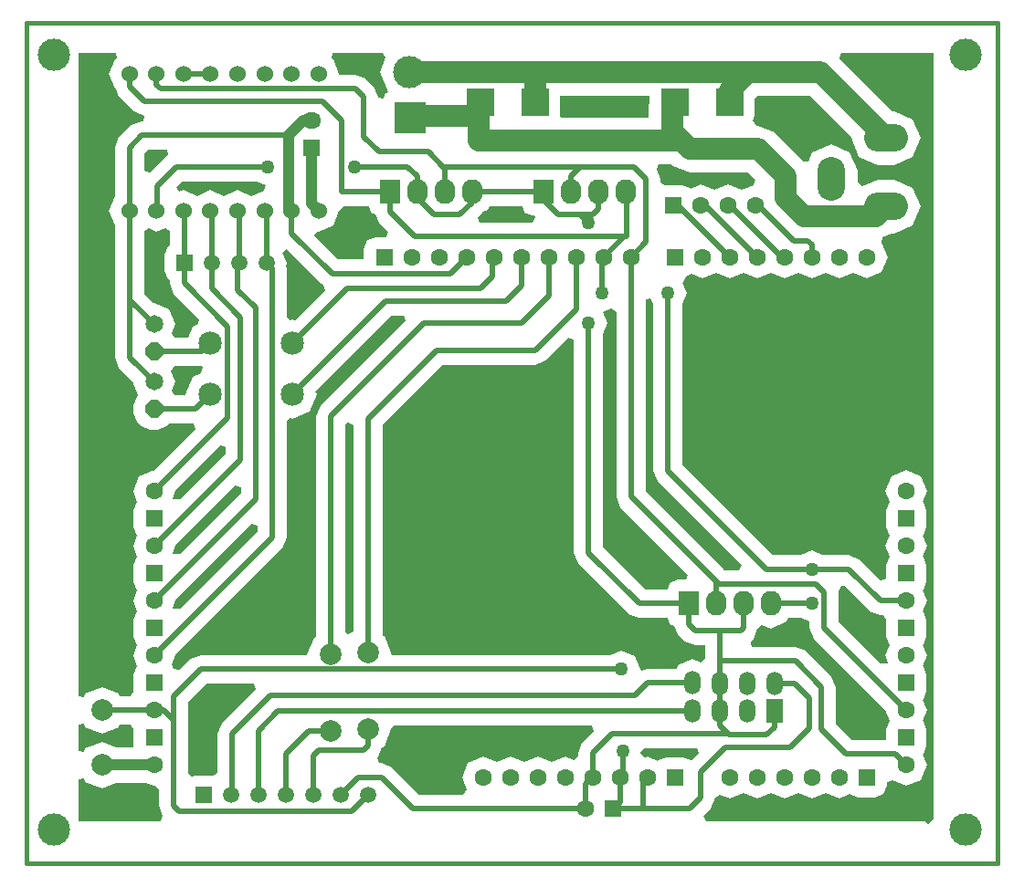
<source format=gbl>
G04 Layer_Physical_Order=2*
G04 Layer_Color=16711680*
%FSTAX44Y44*%
%MOMM*%
G71*
G01*
G75*
%ADD10C,0.4000*%
%ADD11C,0.5000*%
%ADD12C,1.0000*%
%ADD13C,2.0000*%
%ADD14C,3.0000*%
%ADD15C,2.0000*%
%ADD16R,1.6000X1.6000*%
%ADD17C,1.6000*%
%ADD18R,3.0000X3.0000*%
%ADD19C,1.5200*%
%ADD20R,1.5200X1.5200*%
%ADD21O,4.0640X2.5400*%
%ADD22O,2.5400X4.0640*%
%ADD23O,1.9050X2.2860*%
%ADD24R,1.9050X2.2860*%
%ADD25C,1.5240*%
%ADD26R,2.5000X2.5000*%
%ADD27R,1.6000X1.6000*%
%ADD28P,1.7870X8X112.5*%
%ADD29C,1.6510*%
%ADD30C,2.1590*%
%ADD31O,1.5240X2.1844*%
%ADD32R,1.5240X2.1844*%
%ADD33O,1.8000X1.5000*%
%ADD34R,1.5800X1.5000*%
%ADD35C,1.2700*%
G36*
X0048304Y00518333D02*
Y00512334D01*
X00411381Y00440675D01*
X00404855Y0044122D01*
X00404249Y00442071D01*
X00406833Y0044831D01*
X00406731Y00448557D01*
X00478421Y00520247D01*
X0048304Y00518333D01*
D02*
G37*
G36*
X0099485Y00428943D02*
Y0042291D01*
X00998813Y00413343D01*
X01065199Y00346957D01*
X01065097Y0034671D01*
X01069104Y00337037D01*
X01068926Y00336964D01*
X01065756Y0032931D01*
Y003196D01*
X01034304D01*
X0101937Y00334534D01*
Y003683D01*
X0101937Y003683D01*
X01015407Y00377867D01*
X00991277Y00401997D01*
X0098171Y0040596D01*
X00941851D01*
X00940671Y00410118D01*
X00940634Y0041096D01*
X00943017Y00413343D01*
X00943017Y00413343D01*
X00946742Y00422335D01*
X00947917Y00423774D01*
X00951137Y00425926D01*
X0095885Y00422731D01*
X00973794Y00428921D01*
X00975169Y0043224D01*
X00986889D01*
X0099485Y00428943D01*
D02*
G37*
G36*
X0057194Y0061129D02*
Y00419787D01*
X0056694Y0041717D01*
X0056471Y00418717D01*
Y00612083D01*
X0056694Y00613774D01*
X0057194Y0061129D01*
D02*
G37*
G36*
X004678Y00553893D02*
Y00547894D01*
X00411381Y00491475D01*
X00404855Y0049202D01*
X00404249Y00492871D01*
X00406833Y0049911D01*
X00406731Y00499357D01*
X00463181Y00555807D01*
X004678Y00553893D01*
D02*
G37*
G36*
X0085007Y00723999D02*
Y0056896D01*
X00854033Y00559393D01*
X00931727Y00481699D01*
X00929813Y0047708D01*
X00916194D01*
X0084284Y00550434D01*
Y00728389D01*
X0084784Y00729384D01*
X0085007Y00723999D01*
D02*
G37*
G36*
X0081578Y00716394D02*
Y0054483D01*
X00819743Y00535263D01*
X00882363Y00472643D01*
X00880449Y00468024D01*
X00873125D01*
X00865471Y00464854D01*
X00863171Y004593D01*
X00842534D01*
X0080347Y00498364D01*
Y00696059D01*
X00807637Y0070612D01*
X00803284Y0071663D01*
X0081078Y00719735D01*
X0081578Y00716394D01*
D02*
G37*
G36*
X0077641Y00690515D02*
Y0049276D01*
X00780373Y00483193D01*
X00827363Y00436203D01*
X0083693Y0043224D01*
X00863171D01*
X00865471Y00426686D01*
X00869893Y00424855D01*
X00873083Y00417153D01*
X00879433Y00410803D01*
X00879433Y00410803D01*
X00889Y0040684D01*
X00898584D01*
Y00394874D01*
X00894033Y00391347D01*
X0088646Y00394484D01*
X00872974Y00388898D01*
X00871625Y0038564D01*
X0084455D01*
X00839415Y00383513D01*
X00838117Y0038481D01*
X00832934Y00397324D01*
X0082042Y00402507D01*
X00810359Y0039834D01*
X0060826D01*
X00607118Y0040005D01*
X00600777Y00415357D01*
X00599Y00416094D01*
Y00611616D01*
X00654574Y0066719D01*
X0074041D01*
X00749977Y00671153D01*
X0077141Y00692586D01*
X0077641Y00690515D01*
D02*
G37*
G36*
X00892356Y00306971D02*
X00885544Y00300158D01*
X0087795Y00303304D01*
X0086195D01*
X00854296Y00300134D01*
X00854223Y00299956D01*
X0084455Y00303963D01*
X0084203Y00302919D01*
X00838494Y00306455D01*
X00839387Y0030861D01*
X00841378Y0031159D01*
X00890443D01*
X00892356Y00306971D01*
D02*
G37*
G36*
X00481766Y0036628D02*
X00450173Y00334687D01*
X0044621Y0032512D01*
Y00288599D01*
X00442053Y00285821D01*
X0044067Y00286394D01*
X0042547D01*
X00422817Y00285295D01*
X0041866Y00288073D01*
Y0033782D01*
X0041866Y0033782D01*
X0041866Y0033782D01*
Y00353806D01*
X00436134Y0037128D01*
X00479695D01*
X00481766Y0036628D01*
D02*
G37*
G36*
X00323783Y00280603D02*
X0033909Y00274262D01*
X00352156Y00279674D01*
X00379511D01*
X0038735Y00276427D01*
X00387443Y00276465D01*
X003916Y00273687D01*
Y0025781D01*
X00395316Y0024884D01*
X00393433Y0024384D01*
X003175D01*
Y00282956D01*
X00322404Y00283931D01*
X00323783Y00280603D01*
D02*
G37*
G36*
X01050883Y00438743D02*
X01050883Y00438743D01*
X0106045Y0043478D01*
X0106045Y0043478D01*
X0106317D01*
X01065756Y0043091D01*
Y0041491D01*
X01068926Y00407256D01*
X01069104Y00407183D01*
X01065097Y0039751D01*
X01067681Y00391272D01*
X01067075Y0039042D01*
X01060549Y00389875D01*
X0102191Y00428514D01*
Y0045593D01*
X01021507Y00456903D01*
X01024675Y00461984D01*
X01027425Y00462201D01*
X01050883Y00438743D01*
D02*
G37*
G36*
X00323783Y00331403D02*
X0033909Y00325062D01*
X00354397Y00331403D01*
X00355134Y0033318D01*
X0036594D01*
X00368526Y0032931D01*
Y0031331D01*
X00367748Y00312146D01*
X00352156D01*
X0033909Y00317558D01*
X00323783Y00311217D01*
X00322404Y00307889D01*
X003175Y00308864D01*
Y00333756D01*
X00322404Y00334731D01*
X00323783Y00331403D01*
D02*
G37*
G36*
X00795074Y00327799D02*
X00784183Y00316907D01*
X0078022Y0030734D01*
Y00303546D01*
X00776063Y00300768D01*
X0076835Y00303963D01*
X0075565Y00298703D01*
X0074295Y00303963D01*
X0073025Y00298703D01*
X0071755Y00303963D01*
X0070485Y00298703D01*
X0069215Y00303963D01*
X00678373Y00298257D01*
X00672667Y0028448D01*
X00677091Y002738D01*
X0067375Y002688D01*
X00632984D01*
X00607737Y00294047D01*
X0059817Y0029801D01*
X00595995D01*
X00593924Y0030301D01*
X00595037Y00304123D01*
X00598598Y0031272D01*
X00600777Y00313623D01*
X00607118Y0032893D01*
X00609449Y00332418D01*
X00793161D01*
X00795074Y00327799D01*
D02*
G37*
G36*
X0045383Y00590723D02*
Y00584724D01*
X00411381Y00542275D01*
X00404855Y0054282D01*
X00404249Y00543671D01*
X00406833Y0054991D01*
X00406731Y00550157D01*
X00449211Y00592637D01*
X0045383Y00590723D01*
D02*
G37*
G36*
X0040079Y0086158D02*
X00398103Y00860467D01*
X00398103Y00860467D01*
X00383201Y00845565D01*
X00378201Y00847637D01*
Y00863257D01*
X00381524Y0086658D01*
X00399795D01*
X0040079Y0086158D01*
D02*
G37*
G36*
X00868613Y00852103D02*
X0088392Y00845762D01*
X0088392Y00845762D01*
X00938453D01*
X00944773Y00839442D01*
X00943071Y00834074D01*
X0093218Y00829563D01*
X0091948Y00834823D01*
X0090678Y00829563D01*
X0089408Y00834823D01*
X00884407Y00830816D01*
X00884334Y00830994D01*
X0087668Y00834164D01*
X0086068D01*
X0085681Y0083675D01*
Y0083947D01*
X00853118Y00848382D01*
X00855035Y00853382D01*
X00867333D01*
X00868613Y00852103D01*
D02*
G37*
G36*
X00490953Y00833951D02*
X00489449Y00829163D01*
X00477339Y00824146D01*
X0046482Y00829332D01*
X00452301Y00824146D01*
X00439783Y00829332D01*
X00427264Y00824146D01*
X00414746Y00829332D01*
X00410583Y00827607D01*
X0040775Y00831846D01*
X00413274Y0083737D01*
X004827D01*
X00490953Y00833951D01*
D02*
G37*
G36*
X00602153Y00952153D02*
X0059651Y0093853D01*
X0060415Y00920087D01*
X00602186Y00919274D01*
X0060019Y00914454D01*
X0059519Y00915448D01*
Y0091567D01*
X00591227Y00925237D01*
X00583607Y00932857D01*
X0057404Y0093682D01*
X00559297D01*
X00559003Y0093726D01*
X00553417Y00950746D01*
X00551823Y00951406D01*
X00552799Y0095631D01*
X00599375D01*
X00602153Y00952153D01*
D02*
G37*
G36*
X00846626Y00910136D02*
X00845762Y0090805D01*
X00845762Y0090805D01*
Y00896678D01*
X00764678D01*
X00763734Y0089809D01*
Y00916882D01*
X00846626D01*
Y00910136D01*
D02*
G37*
G36*
X0110998Y0024638D02*
X011049Y002413D01*
X0110236Y0024384D01*
X00898695D01*
X00896624Y0024884D01*
X00903647Y00255863D01*
X00903647Y00255863D01*
X0090761Y0026543D01*
Y0026594D01*
X00911767Y00268718D01*
X0092075Y00264997D01*
X0093345Y00270257D01*
X0094615Y00264997D01*
X0095885Y00270257D01*
X0097155Y00264997D01*
X0098425Y00270257D01*
X0099695Y00264997D01*
X0100965Y00270257D01*
X0102235Y00264997D01*
X01032023Y00269004D01*
X01032096Y00268826D01*
X0103975Y00265656D01*
X0105575D01*
X01063404Y00268826D01*
X01066574Y0027648D01*
Y0027983D01*
X01071574Y00281814D01*
X0108458Y00276427D01*
X01098357Y00282133D01*
X01104063Y0029591D01*
X01100056Y00305583D01*
X01100234Y00305656D01*
X01103404Y0031331D01*
Y0032931D01*
X01100234Y00336964D01*
X01100056Y00337037D01*
X01104063Y0034671D01*
X01100056Y00356383D01*
X01100234Y00356456D01*
X01103404Y0036411D01*
Y0038011D01*
X01100234Y00387764D01*
X01100056Y00387837D01*
X01104063Y0039751D01*
X01100056Y00407183D01*
X01100234Y00407256D01*
X01103404Y0041491D01*
Y0043091D01*
X01100234Y00438564D01*
X01100056Y00438637D01*
X01104063Y0044831D01*
X01100056Y00457983D01*
X01100234Y00458056D01*
X01103404Y0046571D01*
Y0048171D01*
X01100234Y00489364D01*
X01100056Y00489437D01*
X01104063Y0049911D01*
X01100056Y00508783D01*
X01100234Y00508856D01*
X01103404Y0051651D01*
Y0053251D01*
X01100234Y00540164D01*
X01100056Y00540237D01*
X01104063Y0054991D01*
X01098357Y00563687D01*
X0108458Y00569393D01*
X01070803Y00563687D01*
X01065097Y0054991D01*
X01069104Y00540237D01*
X01068926Y00540164D01*
X01065756Y0053251D01*
Y0051651D01*
X01068926Y00508856D01*
X01069104Y00508783D01*
X01065097Y0049911D01*
X01069104Y00489437D01*
X01068926Y00489364D01*
X01065756Y0048171D01*
Y00469209D01*
X01060756Y00467138D01*
X01040807Y00487087D01*
X0103124Y0049105D01*
X0100701D01*
X0099695Y00495217D01*
X00986889Y0049105D01*
X00960644D01*
X0087713Y00574564D01*
Y00723999D01*
X00881297Y0073406D01*
X00877488Y00743256D01*
X00877567Y0074411D01*
X00880081Y00749139D01*
X00885604Y00751426D01*
X00885677Y00751604D01*
X0089535Y00747597D01*
X0090805Y00752857D01*
X0092075Y00747597D01*
X0093345Y00752857D01*
X0094615Y00747597D01*
X0095885Y00752857D01*
X0097155Y00747597D01*
X0098425Y00752857D01*
X0099695Y00747597D01*
X0100965Y00752857D01*
X0102235Y00747597D01*
X0103505Y00752857D01*
X0104775Y00747597D01*
X01061527Y00753303D01*
X01067233Y0076708D01*
X01061527Y00780857D01*
X01062386Y00785912D01*
X01071047Y007895D01*
X0107315D01*
X01090524Y00796696D01*
X0109772Y0081407D01*
X01090524Y00831444D01*
X0107315Y0083864D01*
X0105791D01*
X010443Y00833003D01*
X010393Y00836344D01*
Y0084709D01*
X01032104Y00864464D01*
X0101473Y0087166D01*
X00997356Y00864464D01*
X00993968Y00856283D01*
X00988556D01*
X00988127Y00857317D01*
X00988127Y00857317D01*
X00962727Y00882717D01*
X0094742Y00889058D01*
X0094742Y00889058D01*
X00945745D01*
X00942404Y00894058D01*
X00944074Y0089809D01*
Y00914729D01*
X00946227Y00916882D01*
X00995603D01*
X01033801Y00878684D01*
X0103334Y0087757D01*
X01040536Y00860196D01*
X0105791Y00853D01*
X0107315D01*
X01090524Y00860196D01*
X0109772Y0087757D01*
X01090524Y00894944D01*
X0107315Y0090214D01*
X01071574D01*
X01022405Y0095131D01*
X01024476Y0095631D01*
X0110998D01*
Y0024638D01*
D02*
G37*
G36*
X00730851Y00808956D02*
X00738505Y00805786D01*
X00740249D01*
X00741009Y0080466D01*
X0073835Y0079966D01*
X00689437D01*
X00687523Y00804279D01*
X00691557Y00808313D01*
X00691883Y00809099D01*
X00696934Y00811191D01*
X00698308Y0081451D01*
X00728551D01*
X00730851Y00808956D01*
D02*
G37*
G36*
X0043249Y0066513D02*
X00431085Y00659136D01*
X00423504Y00655996D01*
X00416912Y0064008D01*
X00416618Y0063964D01*
X00406692D01*
X00403914Y00643797D01*
X00407109Y0065151D01*
X00403211Y0066092D01*
X00406552Y0066592D01*
X004318D01*
X0043249Y0066513D01*
D02*
G37*
G36*
X00620577Y00708291D02*
X00541613Y00629327D01*
X0053765Y0061976D01*
Y00414824D01*
X00535873Y00414087D01*
X00529532Y0039878D01*
X00529238Y0039834D01*
X0043053D01*
X0043053Y0039834D01*
X00420963Y00394377D01*
X00420963Y00394377D01*
X00410597Y00384011D01*
X00405693Y0038487D01*
X00403427Y00389286D01*
X00406833Y0039751D01*
X00406731Y00397757D01*
X00506137Y00497163D01*
X00506137Y00497163D01*
X005101Y0050673D01*
Y00615358D01*
X00514257Y00618136D01*
X0051562Y00617572D01*
X00531536Y00624164D01*
X00538128Y0064008D01*
X0053714Y00642466D01*
X00607584Y0071291D01*
X00618663D01*
X00620577Y00708291D01*
D02*
G37*
G36*
X0035278Y00951406D02*
X00351186Y00950746D01*
X003456Y0093726D01*
X00351186Y00923774D01*
X0035207Y00923408D01*
X00355104Y00916081D01*
X00368893Y00902293D01*
X00368893Y00902293D01*
X0037846Y0089833D01*
X00377712Y0089364D01*
X0037592D01*
X00366353Y00889677D01*
X00355104Y00878428D01*
X00351142Y00868861D01*
Y00823639D01*
X003456Y0081026D01*
X00351142Y00796881D01*
Y00727529D01*
Y00674189D01*
X00355104Y00664622D01*
X00367774Y00651952D01*
X00367591Y0065151D01*
X00372707Y00639157D01*
X00371441Y00637891D01*
X00368271Y00630238D01*
X00368271Y00630237D01*
Y00621982D01*
X00371441Y00614329D01*
X00375569Y00610201D01*
X00383223Y00607031D01*
X00383223Y00607031D01*
X00391478D01*
X00399131Y00610201D01*
X0040151Y0061258D01*
X00423815D01*
X00426194Y00607888D01*
X00387597Y00569291D01*
X0038735Y00569393D01*
X00373573Y00563687D01*
X00367867Y0054991D01*
X00371874Y00540237D01*
X00371696Y00540164D01*
X00368526Y0053251D01*
Y0051651D01*
X00371696Y00508856D01*
X00371874Y00508783D01*
X00367867Y0049911D01*
X00371874Y00489437D01*
X00371696Y00489364D01*
X00368526Y0048171D01*
Y0046571D01*
X00371696Y00458056D01*
X00371874Y00457983D01*
X00367867Y0044831D01*
X00371874Y00438637D01*
X00371696Y00438564D01*
X00368526Y0043091D01*
Y0041491D01*
X00371696Y00407256D01*
X00371874Y00407183D01*
X00367867Y0039751D01*
X00371874Y00387837D01*
X00371696Y00387764D01*
X00368526Y0038011D01*
Y0036411D01*
X0036594Y0036024D01*
X00355134D01*
X00354397Y00362017D01*
X0033909Y00368358D01*
X00323783Y00362017D01*
X00322404Y00358689D01*
X003175Y00359664D01*
Y0095631D01*
X00351804D01*
X0035278Y00951406D01*
D02*
G37*
G36*
X00588611Y00808956D02*
X00593033Y00807125D01*
X00596223Y00799423D01*
X00604742Y00790904D01*
X00602671Y00785904D01*
X0059271D01*
X00585056Y00782734D01*
X00581886Y0077508D01*
Y0076537D01*
X00558054D01*
X00536033Y00787391D01*
X00538866Y0079163D01*
X00539931Y00791188D01*
X00553417Y00796774D01*
X00559003Y0081026D01*
X00558894Y00810523D01*
X00562655Y0081451D01*
X00586311D01*
X00588611Y00808956D01*
D02*
G37*
G36*
X0040176Y0079168D02*
Y00777968D01*
X00400036Y00777254D01*
X00396866Y007696D01*
Y007544D01*
X00400036Y00746746D01*
X0040176Y00746032D01*
Y0074295D01*
X00405723Y00733383D01*
X00429243Y00709863D01*
X00428268Y00704959D01*
X00423504Y00702986D01*
X0041936Y0069298D01*
X00406692D01*
X00403914Y00697137D01*
X00407109Y0070485D01*
X00401322Y00718822D01*
X0038735Y00724609D01*
X00386908Y00724426D01*
X00378201Y00733133D01*
Y00791455D01*
X00382359Y00794233D01*
X00389709Y00791188D01*
X00397603Y00794458D01*
X0040176Y0079168D01*
D02*
G37*
G36*
X00542883Y00742273D02*
X00542883Y00742273D01*
X0054411Y00741765D01*
X00545909Y00736493D01*
X00518006Y0070859D01*
X0051562Y00709578D01*
X00514257Y00709014D01*
X005101Y00711792D01*
Y0075692D01*
X005101Y0075692D01*
X00509268Y00758929D01*
X0051054Y00762D01*
X00506619Y00771465D01*
X00510858Y00774298D01*
X00542883Y00742273D01*
D02*
G37*
D10*
X0026924Y0020447D02*
X0116924D01*
X0026924D02*
Y0098447D01*
X0116924D01*
Y0020447D02*
Y0098447D01*
D11*
X0078232Y0080645D02*
X0079375D01*
X0038735Y0034671D02*
X0039624D01*
X0106045Y0044831D02*
X0108458D01*
X0103124Y0047752D02*
X0106045Y0044831D01*
X0099695Y0047752D02*
X0103124D01*
X008636Y0056896D02*
X0095504Y0047752D01*
X0099695D01*
X0095885Y0044577D02*
X0099695D01*
X0100838Y0042291D02*
Y0045593D01*
X0100076Y0046355D02*
X0100838Y0045593D01*
X0090805Y0046609D02*
X0091059Y0046355D01*
X0100076D01*
X0090805Y0044577D02*
Y0046609D01*
X0082931Y0054483D02*
X0090805Y0046609D01*
X0082931Y0054483D02*
Y0076708D01*
X00889Y0042037D02*
X0091186D01*
X00912114Y0039243D02*
Y00420116D01*
X0091186Y0042037D02*
X00912114Y00420116D01*
X0091186Y0042037D02*
X0093091D01*
X0088265Y0042672D02*
X00889Y0042037D01*
X0093091D02*
X0093345Y0042291D01*
Y0044577D01*
X0083693D02*
X0088265D01*
X00762Y0080645D02*
X0078232D01*
X0078994Y0049276D02*
X0083693Y0044577D01*
X0078994Y0049276D02*
Y0070612D01*
X0078232Y0080645D02*
X0078994Y0079883D01*
X008255Y0078613D02*
Y0082677D01*
X0080391Y0076708D02*
X0082296Y0078613D01*
X008255D01*
X0062865D02*
X0082296D01*
X0060579Y0080899D02*
X0062865Y0078613D01*
X0081915Y0028448D02*
X0082169Y0028702D01*
Y0030861D01*
X0043053Y0038481D02*
X0082042D01*
X0040513Y0035941D02*
X0043053Y0038481D01*
X0040513Y0033782D02*
Y0035941D01*
X004953Y0036068D02*
X0083312D01*
X0045974Y0032512D02*
X004953Y0036068D01*
X0045974Y0026924D02*
Y0032512D01*
X0084455Y0037211D02*
X0088646D01*
X0083312Y0036068D02*
X0084455Y0037211D01*
X00389709Y0081026D02*
X0038989Y00810441D01*
Y0083312D01*
X0040767Y008509D01*
X0049276D01*
X0057277D02*
X006223D01*
X0058547Y0061722D02*
X0064897Y0068072D01*
X006223Y008509D02*
X0063119Y0084201D01*
Y0082804D02*
Y0084201D01*
X0054356Y0091186D02*
X0056134Y0089408D01*
Y0082804D02*
Y0089408D01*
Y0082804D02*
X0060579D01*
X0037846Y0091186D02*
X0054356D01*
X0080264Y0076581D02*
X0080391Y0076708D01*
X0080264Y0073406D02*
Y0076581D01*
X008636Y0056896D02*
Y0073406D01*
X007874Y0027813D02*
X0079375Y0028448D01*
X007874Y0025527D02*
Y0027813D01*
X0077851Y0071882D02*
Y0076708D01*
X0074041Y0068072D02*
X0077851Y0071882D01*
X0064897Y0068072D02*
X0074041D01*
X0058547Y0040005D02*
Y0061722D01*
X0055118Y0039878D02*
Y0061976D01*
X0063754Y0070612D01*
X0072771D01*
X0075311Y0073152D01*
Y0076708D01*
X0053086Y0032766D02*
X0055118D01*
X0050927Y0030607D02*
X0053086Y0032766D01*
X0058547Y0031369D02*
Y0032893D01*
X0058166Y0030988D02*
X0058547Y0031369D01*
X0053975Y0030988D02*
X0058166D01*
X0053467Y003048D02*
X0053975Y0030988D01*
X0053467Y0026797D02*
Y003048D01*
X0050927Y0026797D02*
Y0030607D01*
X0084328Y0078105D02*
Y0083947D01*
X0089789Y0081534D02*
X0094615Y0076708D01*
X00912114Y00371602D02*
Y0039243D01*
X0098171D01*
X0100584Y003683D01*
Y0032893D02*
Y003683D01*
Y0032893D02*
X010287Y0030607D01*
X0107442D01*
X0108458Y0029591D01*
X0100838Y0042291D02*
X0108458Y0034671D01*
X0095885Y0044577D02*
X0096139Y0044831D01*
X0088265Y0042672D02*
Y0044577D01*
X0045847Y0026797D02*
X0045974Y0026924D01*
X0048387Y0026797D02*
Y0032766D01*
X00502158Y00345948D01*
X00886206D01*
X0091948Y0032512D02*
X0092075Y0032385D01*
X00911733Y00332867D02*
X0091948Y0032512D01*
X0079375Y0028448D02*
Y0030734D01*
X0081153Y0032512D01*
X0091948D01*
X00911733Y00332867D02*
Y00346329D01*
X0092075Y0032385D02*
X0095504D01*
X00962406Y00331216D01*
Y00345948D01*
X00911733Y00371221D02*
X00912114Y00371602D01*
X00911733Y00346329D02*
Y00371221D01*
X0099441Y003302D02*
Y0035814D01*
X0097663Y0031242D02*
X0099441Y003302D01*
X0091694Y0031242D02*
X0097663D01*
X0089408Y0028956D02*
X0091694Y0031242D01*
X0089408Y0026543D02*
Y0028956D01*
X0096266Y00371602D02*
X00980948D01*
X0099441Y0035814D01*
X0088392Y0025527D02*
X0089408Y0026543D01*
X0084074Y0025527D02*
X0088392D01*
X00514894Y00789396D02*
Y0081026D01*
Y00789396D02*
X0055245Y0075184D01*
X0066167D01*
X0067691Y0076708D01*
X0060579Y0080899D02*
Y0082804D01*
X0063119Y0082169D02*
Y0082804D01*
Y0082169D02*
X0064643Y0080645D01*
X0067056D01*
X0068199Y0081788D01*
Y0082804D01*
X0074803Y0082042D02*
Y0082804D01*
Y0082042D02*
X00762Y0080645D01*
X0079375D02*
X0079883Y0081153D01*
Y0082804D01*
X0068199D02*
X0074803D01*
X0065532Y008509D02*
X0065659Y0084963D01*
X0064135Y0086487D02*
X0065532Y008509D01*
X0078232D01*
X0082423Y0082804D02*
X008255Y0082677D01*
X0077343Y0082804D02*
Y0084201D01*
X0078232Y008509D01*
X0083185D01*
X0084328Y0083947D01*
X0082931Y0076708D02*
X0084328Y0078105D01*
X0086868Y0081534D02*
X0087249D01*
X0092075Y0076708D01*
X0089408Y0081534D02*
X0089789D01*
X0098044Y0078232D02*
X0099314D01*
X0094742Y0081534D02*
X0098044Y0078232D01*
X0094488Y0081534D02*
X0094742D01*
X0091948D02*
X0092075D01*
X0096901Y0076708D01*
X0097155D01*
X0099314Y0078232D02*
X0099695Y0077851D01*
Y0076708D02*
Y0077851D01*
X0056007Y0026797D02*
X0057658Y0028448D01*
X0059817D01*
X0062738Y0025527D01*
X007874D01*
X008128D02*
X0081915Y0026162D01*
Y0028448D01*
X008128Y0025527D02*
X0084074D01*
X0034036Y0034671D02*
X0038735D01*
X0084074Y0028067D02*
X0084455Y0028448D01*
X0084074Y0025527D02*
Y0028067D01*
X0057023Y0025273D02*
X0058547Y0026797D01*
X0041021Y0025273D02*
X0057023D01*
X0040513Y0025781D02*
X0041021Y0025273D01*
X0040513Y0025781D02*
Y0033782D01*
X0039624Y0034671D02*
X0040513Y0033782D01*
X0049149Y00762D02*
X0049657Y0075692D01*
Y0050673D02*
Y0075692D01*
X0038735Y0039751D02*
X0049657Y0050673D01*
X0046482Y0076073D02*
X0046609Y00762D01*
X0046482Y007366D02*
Y0076073D01*
Y007366D02*
X0048133Y0072009D01*
Y0054229D02*
Y0072009D01*
X0038735Y0044831D02*
X0048133Y0054229D01*
X0044069Y0073787D02*
Y00762D01*
Y0073787D02*
X0046736Y007112D01*
Y0057912D02*
Y007112D01*
X0038735Y0049911D02*
X0046736Y0057912D01*
X0041529Y0074295D02*
Y00762D01*
Y0074295D02*
X00455335Y00702905D01*
Y00617895D02*
Y00702905D01*
X0038735Y0054991D02*
X00455335Y00617895D01*
X0072771Y0074041D02*
Y0076708D01*
X0071374Y0072644D02*
X0072771Y0074041D01*
X0060198Y0072644D02*
X0071374D01*
X0051562Y0064008D02*
X0060198Y0072644D01*
X0070104Y0076581D02*
X0070231Y0076708D01*
X0070104Y007493D02*
Y0076581D01*
X0068961Y0073787D02*
X0070104Y007493D01*
X0056642Y0073787D02*
X0068961D01*
X0051562Y0068707D02*
X0056642Y0073787D01*
X0042545Y0062611D02*
X0043942Y0064008D01*
X0038735Y0062611D02*
X0042545D01*
X004318Y0067945D02*
X0043942Y0068707D01*
X0038735Y0067945D02*
X004318D01*
X00364672Y00674189D02*
Y00727529D01*
Y00674189D02*
X0038735Y0065151D01*
X00364672Y00727529D02*
Y0081026D01*
Y00727529D02*
X0038735Y0070485D01*
X00489857Y0081026D02*
X0049149Y00808627D01*
Y00762D02*
Y00808627D01*
X0046482Y0081026D02*
X0046609Y0080899D01*
Y00762D02*
Y0080899D01*
X00439783Y0081026D02*
X0044069Y00809353D01*
Y00762D02*
Y00809353D01*
X00414746Y0081026D02*
X0041529Y00809716D01*
Y00762D02*
Y00809716D01*
X00364672Y0081026D02*
Y00868861D01*
X0037592Y0088011D01*
X0051181D01*
X00364672Y00925648D02*
Y0093726D01*
Y00925648D02*
X0037846Y0091186D01*
X00389709Y00927281D02*
Y0093726D01*
Y00927281D02*
X003937Y0092329D01*
X0057404D01*
X0058166Y0091567D01*
Y0087884D02*
Y0091567D01*
Y0087884D02*
X0059563Y0086487D01*
X0064135D01*
X0065659Y0082804D02*
Y0084963D01*
X00414746Y0093726D02*
X00439783D01*
D12*
X0034036Y0029591D02*
X0038735D01*
X005334Y00816791D02*
Y0086868D01*
Y00816791D02*
X00539931Y0081026D01*
X0051181Y00813344D02*
X00514894Y0081026D01*
X0051181Y00813344D02*
Y0088011D01*
X0052578Y0089408D01*
X005334D01*
D13*
X0068834Y0087503D02*
Y0089789D01*
X0062484Y0089662D02*
X0062611Y0089789D01*
X0068834D01*
X0062738Y0093853D02*
X0074041D01*
X0068834Y0087503D02*
X008763D01*
X0074041Y0093853D02*
X0093726D01*
X0074041Y0091059D02*
Y0093853D01*
X0086741Y0088392D02*
X008763Y0087503D01*
X0088392Y0086741D01*
X0086741Y0088392D02*
Y0090805D01*
X0086995Y0091059D01*
X0097282Y0082169D02*
Y0084201D01*
X0094742Y0086741D02*
X0097282Y0084201D01*
X0088392Y0086741D02*
X0094742D01*
X0097282Y0082169D02*
X0098933Y0080518D01*
X0105664D01*
X0106553Y0081407D01*
X0092075Y0091059D02*
Y0092202D01*
X0093726Y0093853D01*
X0100457D01*
X0106553Y0087757D01*
D14*
X0113919Y0023622D02*
D03*
X0029464D02*
D03*
Y0095504D02*
D03*
X0113919D02*
D03*
X0062357Y0093853D02*
D03*
D15*
X0058547Y0040005D02*
D03*
X0055118Y0039878D02*
D03*
X0058547Y0032893D02*
D03*
X0055118Y0032766D02*
D03*
X0033909Y0029591D02*
D03*
Y0034671D02*
D03*
D16*
X0086995Y0076708D02*
D03*
Y0028448D02*
D03*
X0104775D02*
D03*
X0060071Y0076708D02*
D03*
X0086868Y0081534D02*
D03*
X008128Y0025527D02*
D03*
D17*
X0089535Y0076708D02*
D03*
X0092075D02*
D03*
X0094615D02*
D03*
X0097155D02*
D03*
X0099695D02*
D03*
X0102235D02*
D03*
X0104775D02*
D03*
X0069215Y0028448D02*
D03*
X0071755D02*
D03*
X0074295D02*
D03*
X0076835D02*
D03*
X0079375D02*
D03*
X0081915D02*
D03*
X0084455D02*
D03*
X0102235D02*
D03*
X0099695D02*
D03*
X0097155D02*
D03*
X0094615D02*
D03*
X0092075D02*
D03*
X0065151Y0076708D02*
D03*
X0082931D02*
D03*
X0080391D02*
D03*
X0077851D02*
D03*
X0075311D02*
D03*
X0072771D02*
D03*
X0070231D02*
D03*
X0067691D02*
D03*
X0062611D02*
D03*
X0038735Y0029591D02*
D03*
Y0034671D02*
D03*
Y0039751D02*
D03*
Y0044831D02*
D03*
Y0049911D02*
D03*
Y0054991D02*
D03*
X0108458Y0029591D02*
D03*
Y0034671D02*
D03*
Y0039751D02*
D03*
Y0044831D02*
D03*
Y0049911D02*
D03*
Y0054991D02*
D03*
X0094488Y0081534D02*
D03*
X0091948D02*
D03*
X0089408D02*
D03*
X007874Y0025527D02*
D03*
D18*
X0062484Y0089662D02*
D03*
D19*
X0049149Y00762D02*
D03*
X0046609D02*
D03*
X0044069D02*
D03*
X0045847Y0026797D02*
D03*
X0048387D02*
D03*
X0050927D02*
D03*
X0053467D02*
D03*
X0056007D02*
D03*
X0058547D02*
D03*
D20*
X0041529Y00762D02*
D03*
X0043307Y0026797D02*
D03*
D21*
X0106553Y0081407D02*
D03*
Y0087757D02*
D03*
D22*
X0101473Y0083947D02*
D03*
D23*
X0082423Y0082804D02*
D03*
X0079883D02*
D03*
X0077343D02*
D03*
X0068199D02*
D03*
X0065659D02*
D03*
X0063119D02*
D03*
X0095885Y0044577D02*
D03*
X0093345D02*
D03*
X0090805D02*
D03*
D24*
X0074803Y0082804D02*
D03*
X0060579D02*
D03*
X0088265Y0044577D02*
D03*
D25*
X00539931Y0093726D02*
D03*
X00514894D02*
D03*
X00489857D02*
D03*
X0046482D02*
D03*
X00439783D02*
D03*
X00414746D02*
D03*
X00389709D02*
D03*
X00364672D02*
D03*
X00539931Y0081026D02*
D03*
X00514894D02*
D03*
X00489857D02*
D03*
X0046482D02*
D03*
X00439783D02*
D03*
X00414746D02*
D03*
X00389709D02*
D03*
X00364672D02*
D03*
D26*
X0086995Y0091059D02*
D03*
X0092075D02*
D03*
X0068961D02*
D03*
X0074041D02*
D03*
D27*
X0038735Y0052451D02*
D03*
Y0047371D02*
D03*
Y0042291D02*
D03*
Y0037211D02*
D03*
Y0032131D02*
D03*
X0108458D02*
D03*
Y0037211D02*
D03*
Y0042291D02*
D03*
Y0047371D02*
D03*
Y0052451D02*
D03*
D28*
X0038735Y0067945D02*
D03*
Y0062611D02*
D03*
D29*
Y0070485D02*
D03*
Y0065151D02*
D03*
D30*
X0043942Y0068707D02*
D03*
X0051562D02*
D03*
X0043942Y0064008D02*
D03*
X0051562D02*
D03*
D31*
X0096266Y00371602D02*
D03*
X0093726D02*
D03*
X00912114D02*
D03*
X0088646Y0037211D02*
D03*
X00886206Y00345948D02*
D03*
X00911733Y00346329D02*
D03*
X00937006Y00345948D02*
D03*
D32*
X00962406D02*
D03*
D33*
X005334Y0089408D02*
D03*
D34*
Y0086868D02*
D03*
D35*
X0099695Y0047752D02*
D03*
Y0044577D02*
D03*
X0078994Y0070612D02*
D03*
Y0079883D02*
D03*
X0082169Y0030861D02*
D03*
X0082042Y0038481D02*
D03*
X0049276Y008509D02*
D03*
X0057277D02*
D03*
X0080264Y0073406D02*
D03*
X008636D02*
D03*
M02*

</source>
